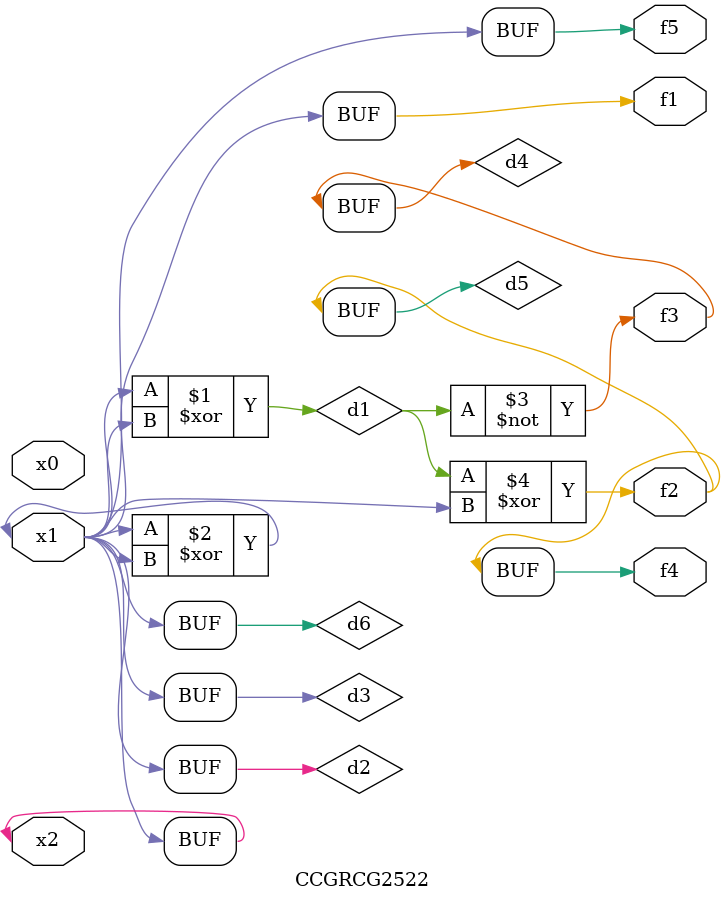
<source format=v>
module CCGRCG2522(
	input x0, x1, x2,
	output f1, f2, f3, f4, f5
);

	wire d1, d2, d3, d4, d5, d6;

	xor (d1, x1, x2);
	buf (d2, x1, x2);
	xor (d3, x1, x2);
	nor (d4, d1);
	xor (d5, d1, d2);
	buf (d6, d2, d3);
	assign f1 = d6;
	assign f2 = d5;
	assign f3 = d4;
	assign f4 = d5;
	assign f5 = d6;
endmodule

</source>
